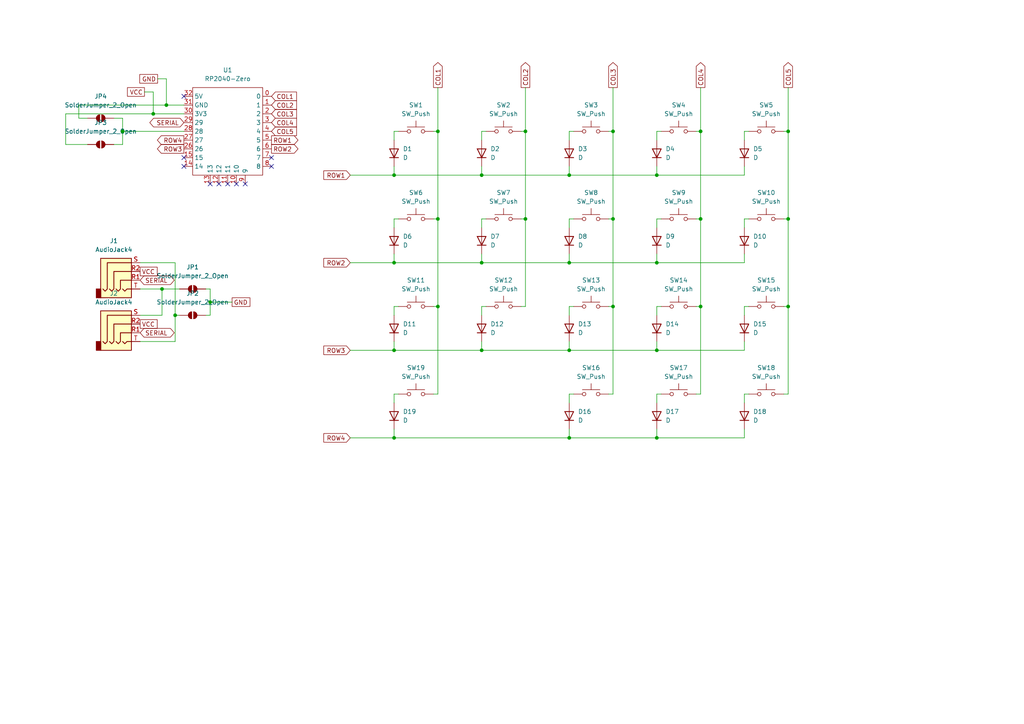
<source format=kicad_sch>
(kicad_sch (version 20250114) (generator "eeschema") (generator_version "9.0")
  (paper "A4")
  (lib_symbols
    (symbol "Connector_Audio:AudioJack4"
      (property "Reference" "J" (at 0 8.89 0))
      (property "Value" "AudioJack4" (at 0 6.35 0))
      (symbol "AudioJack4_0_1"
        (rectangle (start -6.35 -5.08) (end -7.62 -7.62) (stroke (width 0.254)) (fill (type outline)))
        (polyline (pts (xy -5.715 -5.08) (xy -5.08 -5.715) (xy -4.445 -5.08) (xy -4.445 2.54) (xy 2.54 2.54)) (stroke (width 0.254)))
        (polyline (pts (xy -1.905 -5.08) (xy -1.27 -5.715) (xy -0.635 -5.08) (xy -0.635 -2.54) (xy 2.54 -2.54)) (stroke (width 0.254)))
        (polyline (pts (xy 0 -5.08) (xy 0.635 -5.715) (xy 1.27 -5.08) (xy 2.54 -5.08)) (stroke (width 0.254)))
        (rectangle (start 2.54 3.81) (end -6.35 -7.62) (stroke (width 0.254)) (fill (type background)))
        (polyline (pts (xy 2.54 0) (xy -2.54 0) (xy -2.54 -5.08) (xy -3.175 -5.715) (xy -3.81 -5.08)) (stroke (width 0.254)))
      )
      (symbol "AudioJack4_1_1"
        (pin passive line (at 5.08 2.54 180) (length 2.54) (name "~") (number "S"))
        (pin passive line (at 5.08 0 180) (length 2.54) (name "~") (number "R2"))
        (pin passive line (at 5.08 -2.54 180) (length 2.54) (name "~") (number "R1"))
        (pin passive line (at 5.08 -5.08 180) (length 2.54) (name "~") (number "T"))
      )
    )
    (symbol "Device:D" (pin_numbers (hide yes)) (pin_names (offset 1.016) (hide yes))
      (property "Reference" "D" (at 0 2.54 0))
      (property "Value" "D" (at 0 -2.54 0))
      (symbol "D_0_1"
        (polyline (pts (xy -1.27 1.27) (xy -1.27 -1.27)) (stroke (width 0.254)))
        (polyline (pts (xy 1.27 1.27) (xy 1.27 -1.27) (xy -1.27 0) (xy 1.27 1.27)) (stroke (width 0.254)))
        (polyline (pts (xy 1.27 0) (xy -1.27 0)))
      )
      (symbol "D_1_1"
        (pin passive line (at -3.81 0 0) (length 2.54) (name "K") (number "1"))
        (pin passive line (at 3.81 0 180) (length 2.54) (name "A") (number "2"))
      )
    )
    (symbol "Jumper:SolderJumper_2_Open" (pin_numbers (hide yes)) (pin_names (offset 0) (hide yes)) (in_bom no)
      (property "Reference" "JP" (at 0 2.032 0))
      (property "Value" "SolderJumper_2_Open" (at 0 -2.54 0))
      (symbol "SolderJumper_2_Open_0_1"
        (polyline (pts (xy -0.254 1.016) (xy -0.254 -1.016)))
        (arc (start -0.254 -1.016) (mid -1.2656 0) (end -0.254 1.016))
        (arc (start -0.254 -1.016) (mid -1.2656 0) (end -0.254 1.016) (fill (type outline)))
        (arc (start 0.254 1.016) (mid 1.2656 0) (end 0.254 -1.016))
        (arc (start 0.254 1.016) (mid 1.2656 0) (end 0.254 -1.016) (fill (type outline)))
        (polyline (pts (xy 0.254 1.016) (xy 0.254 -1.016)))
      )
      (symbol "SolderJumper_2_Open_1_1"
        (pin passive line (at -3.81 0 0) (length 2.54) (name "A") (number "1"))
        (pin passive line (at 3.81 0 180) (length 2.54) (name "B") (number "2"))
      )
    )
    (symbol "Switch:SW_Push" (pin_numbers (hide yes)) (pin_names (offset 1.016) (hide yes))
      (property "Reference" "SW" (at 1.27 2.54 0))
      (property "Value" "SW_Push" (at 0 -1.524 0))
      (symbol "SW_Push_0_1"
        (circle (center -2.032 0) (radius 0.508))
        (polyline (pts (xy 0 1.27) (xy 0 3.048)))
        (circle (center 2.032 0) (radius 0.508))
        (polyline (pts (xy 2.54 1.27) (xy -2.54 1.27)))
        (pin passive line (at -5.08 0 0) (length 2.54) (name "1") (number "1"))
        (pin passive line (at 5.08 0 180) (length 2.54) (name "2") (number "2"))
      )
    )
    (symbol "isw-mcu:RP2040-Zero"
      (property "Reference" "U" (at 0 17.78 0))
      (property "Value" "RP2040-Zero" (at 0 15.24 0))
      (symbol "RP2040-Zero_0_1"
        (rectangle (start -10.16 12.7) (end 10.16 -12.7))
      )
      (symbol "RP2040-Zero_1_1"
        (pin power_out line (at -12.7 10.16 0) (length 2.54) (name "5V") (number "32"))
        (pin power_in line (at -12.7 7.62 0) (length 2.54) (name "GND") (number "31"))
        (pin power_out line (at -12.7 5.08 0) (length 2.54) (name "3V3") (number "30"))
        (pin bidirectional line (at -12.7 2.54 0) (length 2.54) (name "29") (number "29"))
        (pin bidirectional line (at -12.7 0 0) (length 2.54) (name "28") (number "28"))
        (pin bidirectional line (at -12.7 -2.54 0) (length 2.54) (name "27") (number "27"))
        (pin bidirectional line (at -12.7 -5.08 0) (length 2.54) (name "26") (number "26"))
        (pin bidirectional line (at -12.7 -7.62 0) (length 2.54) (name "15") (number "15"))
        (pin bidirectional line (at -12.7 -10.16 0) (length 2.54) (name "14") (number "14"))
        (pin bidirectional line (at -5.08 -15.24 90) (length 2.54) (name "13") (number "13"))
        (pin bidirectional line (at -2.54 -15.24 90) (length 2.54) (name "12") (number "12"))
        (pin bidirectional line (at 0 -15.24 90) (length 2.54) (name "11") (number "11"))
        (pin bidirectional line (at 2.54 -15.24 90) (length 2.54) (name "10") (number "10"))
        (pin bidirectional line (at 5.08 -15.24 90) (length 2.54) (name "9") (number "9"))
        (pin tri_state line (at 12.7 10.16 180) (length 2.54) (name "0") (number "0"))
        (pin bidirectional line (at 12.7 7.62 180) (length 2.54) (name "1") (number "1"))
        (pin bidirectional line (at 12.7 5.08 180) (length 2.54) (name "2") (number "2"))
        (pin bidirectional line (at 12.7 2.54 180) (length 2.54) (name "3") (number "3"))
        (pin bidirectional line (at 12.7 0 180) (length 2.54) (name "4") (number "4"))
        (pin bidirectional line (at 12.7 -2.54 180) (length 2.54) (name "5") (number "5"))
        (pin bidirectional line (at 12.7 -5.08 180) (length 2.54) (name "6") (number "6"))
        (pin bidirectional line (at 12.7 -7.62 180) (length 2.54) (name "7") (number "7"))
        (pin bidirectional line (at 12.7 -10.16 180) (length 2.54) (name "8") (number "8"))
      )
    )
  )
  (junction (at 127 88.9))
  (junction (at 190.5 101.6))
  (junction (at 139.7 101.6))
  (junction (at 203.2 88.9))
  (junction (at 46.99 83.82))
  (junction (at 165.1 76.2))
  (junction (at 35.56 38.1))
  (junction (at 177.8 63.5))
  (junction (at 50.8 91.44))
  (junction (at 114.3 76.2))
  (junction (at 190.5 127))
  (junction (at 44.45 33.02))
  (junction (at 203.2 63.5))
  (junction (at 139.7 50.8))
  (junction (at 190.5 76.2))
  (junction (at 48.26 30.48))
  (junction (at 177.8 88.9))
  (junction (at 228.6 38.1))
  (junction (at 127 63.5))
  (junction (at 114.3 50.8))
  (junction (at 60.96 87.63))
  (junction (at 165.1 101.6))
  (junction (at 190.5 50.8))
  (junction (at 165.1 50.8))
  (junction (at 114.3 127))
  (junction (at 228.6 63.5))
  (junction (at 165.1 127))
  (junction (at 152.4 63.5))
  (junction (at 203.2 38.1))
  (junction (at 114.3 101.6))
  (junction (at 228.6 88.9))
  (junction (at 177.8 38.1))
  (junction (at 139.7 76.2))
  (junction (at 127 38.1))
  (junction (at 152.4 38.1))
  (no_connect (at 53.34 48.26))
  (no_connect (at 78.74 45.72))
  (no_connect (at 78.74 48.26))
  (no_connect (at 63.5 53.34))
  (no_connect (at 68.58 53.34))
  (no_connect (at 71.12 53.34))
  (no_connect (at 53.34 45.72))
  (no_connect (at 53.34 27.94))
  (no_connect (at 60.96 53.34))
  (no_connect (at 66.04 53.34))
  (wire (pts (xy 215.9 63.5) (xy 215.9 66.04)))
  (wire (pts (xy 59.69 91.44) (xy 60.96 91.44)))
  (wire (pts (xy 19.05 33.02) (xy 19.05 41.91)))
  (wire (pts (xy 139.7 101.6) (xy 114.3 101.6)))
  (wire (pts (xy 215.9 76.2) (xy 190.5 76.2)))
  (wire (pts (xy 228.6 63.5) (xy 228.6 88.9)))
  (wire (pts (xy 201.93 63.5) (xy 203.2 63.5)))
  (wire (pts (xy 215.9 88.9) (xy 215.9 91.44)))
  (wire (pts (xy 139.7 76.2) (xy 114.3 76.2)))
  (wire (pts (xy 45.72 22.86) (xy 48.26 22.86)))
  (wire (pts (xy 190.5 124.46) (xy 190.5 127)))
  (wire (pts (xy 165.1 73.66) (xy 165.1 76.2)))
  (wire (pts (xy 46.99 91.44) (xy 40.64 91.44)))
  (wire (pts (xy 228.6 114.3) (xy 227.33 114.3)))
  (wire (pts (xy 60.96 91.44) (xy 60.96 87.63)))
  (wire (pts (xy 201.93 38.1) (xy 203.2 38.1)))
  (wire (pts (xy 190.5 63.5) (xy 190.5 66.04)))
  (wire (pts (xy 152.4 63.5) (xy 152.4 88.9)))
  (wire (pts (xy 177.8 25.4) (xy 177.8 38.1)))
  (wire (pts (xy 191.77 88.9) (xy 190.5 88.9)))
  (wire (pts (xy 114.3 50.8) (xy 101.6 50.8)))
  (wire (pts (xy 44.45 33.02) (xy 53.34 33.02)))
  (wire (pts (xy 190.5 50.8) (xy 165.1 50.8)))
  (wire (pts (xy 114.3 76.2) (xy 101.6 76.2)))
  (wire (pts (xy 228.6 88.9) (xy 228.6 114.3)))
  (wire (pts (xy 50.8 91.44) (xy 52.07 91.44)))
  (wire (pts (xy 191.77 114.3) (xy 190.5 114.3)))
  (wire (pts (xy 50.8 99.06) (xy 50.8 91.44)))
  (wire (pts (xy 127 63.5) (xy 127 88.9)))
  (wire (pts (xy 215.9 73.66) (xy 215.9 76.2)))
  (wire (pts (xy 139.7 73.66) (xy 139.7 76.2)))
  (wire (pts (xy 152.4 25.4) (xy 152.4 38.1)))
  (wire (pts (xy 190.5 48.26) (xy 190.5 50.8)))
  (wire (pts (xy 201.93 114.3) (xy 203.2 114.3)))
  (wire (pts (xy 190.5 88.9) (xy 190.5 91.44)))
  (wire (pts (xy 48.26 22.86) (xy 48.26 30.48)))
  (wire (pts (xy 165.1 101.6) (xy 139.7 101.6)))
  (wire (pts (xy 177.8 63.5) (xy 177.8 88.9)))
  (wire (pts (xy 228.6 25.4) (xy 228.6 38.1)))
  (wire (pts (xy 125.73 63.5) (xy 127 63.5)))
  (wire (pts (xy 177.8 38.1) (xy 177.8 63.5)))
  (wire (pts (xy 115.57 63.5) (xy 114.3 63.5)))
  (wire (pts (xy 53.34 38.1) (xy 35.56 38.1)))
  (wire (pts (xy 50.8 91.44) (xy 50.8 76.2)))
  (wire (pts (xy 215.9 38.1) (xy 215.9 40.64)))
  (wire (pts (xy 165.1 76.2) (xy 139.7 76.2)))
  (wire (pts (xy 227.33 63.5) (xy 228.6 63.5)))
  (wire (pts (xy 217.17 114.3) (xy 215.9 114.3)))
  (wire (pts (xy 215.9 48.26) (xy 215.9 50.8)))
  (wire (pts (xy 176.53 38.1) (xy 177.8 38.1)))
  (wire (pts (xy 166.37 38.1) (xy 165.1 38.1)))
  (wire (pts (xy 215.9 99.06) (xy 215.9 101.6)))
  (wire (pts (xy 166.37 88.9) (xy 165.1 88.9)))
  (wire (pts (xy 201.93 88.9) (xy 203.2 88.9)))
  (wire (pts (xy 139.7 63.5) (xy 139.7 66.04)))
  (wire (pts (xy 115.57 38.1) (xy 114.3 38.1)))
  (wire (pts (xy 44.45 26.67) (xy 44.45 33.02)))
  (wire (pts (xy 165.1 99.06) (xy 165.1 101.6)))
  (wire (pts (xy 215.9 50.8) (xy 190.5 50.8)))
  (wire (pts (xy 114.3 48.26) (xy 114.3 50.8)))
  (wire (pts (xy 151.13 63.5) (xy 152.4 63.5)))
  (wire (pts (xy 114.3 124.46) (xy 114.3 127)))
  (wire (pts (xy 151.13 88.9) (xy 152.4 88.9)))
  (wire (pts (xy 227.33 88.9) (xy 228.6 88.9)))
  (wire (pts (xy 152.4 38.1) (xy 152.4 63.5)))
  (wire (pts (xy 227.33 38.1) (xy 228.6 38.1)))
  (wire (pts (xy 114.3 101.6) (xy 101.6 101.6)))
  (wire (pts (xy 114.3 127) (xy 165.1 127)))
  (wire (pts (xy 22.86 34.29) (xy 25.4 34.29)))
  (wire (pts (xy 40.64 76.2) (xy 50.8 76.2)))
  (wire (pts (xy 114.3 73.66) (xy 114.3 76.2)))
  (wire (pts (xy 190.5 101.6) (xy 165.1 101.6)))
  (wire (pts (xy 215.9 124.46) (xy 215.9 127)))
  (wire (pts (xy 48.26 30.48) (xy 53.34 30.48)))
  (wire (pts (xy 190.5 99.06) (xy 190.5 101.6)))
  (wire (pts (xy 127 88.9) (xy 125.73 88.9)))
  (wire (pts (xy 165.1 38.1) (xy 165.1 40.64)))
  (wire (pts (xy 44.45 33.02) (xy 19.05 33.02)))
  (wire (pts (xy 46.99 83.82) (xy 46.99 91.44)))
  (wire (pts (xy 176.53 63.5) (xy 177.8 63.5)))
  (wire (pts (xy 215.9 101.6) (xy 190.5 101.6)))
  (wire (pts (xy 125.73 38.1) (xy 127 38.1)))
  (wire (pts (xy 35.56 38.1) (xy 35.56 41.91)))
  (wire (pts (xy 140.97 63.5) (xy 139.7 63.5)))
  (wire (pts (xy 203.2 88.9) (xy 203.2 114.3)))
  (wire (pts (xy 41.91 26.67) (xy 44.45 26.67)))
  (wire (pts (xy 165.1 88.9) (xy 165.1 91.44)))
  (wire (pts (xy 22.86 30.48) (xy 22.86 34.29)))
  (wire (pts (xy 35.56 34.29) (xy 33.02 34.29)))
  (wire (pts (xy 60.96 83.82) (xy 59.69 83.82)))
  (wire (pts (xy 165.1 124.46) (xy 165.1 127)))
  (wire (pts (xy 165.1 63.5) (xy 165.1 66.04)))
  (wire (pts (xy 176.53 114.3) (xy 177.8 114.3)))
  (wire (pts (xy 40.64 83.82) (xy 46.99 83.82)))
  (wire (pts (xy 166.37 114.3) (xy 165.1 114.3)))
  (wire (pts (xy 114.3 63.5) (xy 114.3 66.04)))
  (wire (pts (xy 190.5 76.2) (xy 165.1 76.2)))
  (wire (pts (xy 217.17 38.1) (xy 215.9 38.1)))
  (wire (pts (xy 190.5 114.3) (xy 190.5 116.84)))
  (wire (pts (xy 139.7 99.06) (xy 139.7 101.6)))
  (wire (pts (xy 166.37 63.5) (xy 165.1 63.5)))
  (wire (pts (xy 114.3 114.3) (xy 114.3 116.84)))
  (wire (pts (xy 67.31 87.63) (xy 60.96 87.63)))
  (wire (pts (xy 191.77 38.1) (xy 190.5 38.1)))
  (wire (pts (xy 217.17 88.9) (xy 215.9 88.9)))
  (wire (pts (xy 60.96 83.82) (xy 60.96 87.63)))
  (wire (pts (xy 151.13 38.1) (xy 152.4 38.1)))
  (wire (pts (xy 203.2 38.1) (xy 203.2 63.5)))
  (wire (pts (xy 139.7 38.1) (xy 139.7 40.64)))
  (wire (pts (xy 190.5 38.1) (xy 190.5 40.64)))
  (wire (pts (xy 203.2 25.4) (xy 203.2 38.1)))
  (wire (pts (xy 114.3 88.9) (xy 114.3 91.44)))
  (wire (pts (xy 127 25.4) (xy 127 38.1)))
  (wire (pts (xy 115.57 88.9) (xy 114.3 88.9)))
  (wire (pts (xy 177.8 114.3) (xy 177.8 88.9)))
  (wire (pts (xy 203.2 63.5) (xy 203.2 88.9)))
  (wire (pts (xy 127 88.9) (xy 127 114.3)))
  (wire (pts (xy 127 114.3) (xy 125.73 114.3)))
  (wire (pts (xy 217.17 63.5) (xy 215.9 63.5)))
  (wire (pts (xy 52.07 83.82) (xy 46.99 83.82)))
  (wire (pts (xy 215.9 114.3) (xy 215.9 116.84)))
  (wire (pts (xy 19.05 41.91) (xy 25.4 41.91)))
  (wire (pts (xy 139.7 88.9) (xy 139.7 91.44)))
  (wire (pts (xy 48.26 30.48) (xy 22.86 30.48)))
  (wire (pts (xy 40.64 99.06) (xy 50.8 99.06)))
  (wire (pts (xy 177.8 88.9) (xy 176.53 88.9)))
  (wire (pts (xy 114.3 38.1) (xy 114.3 40.64)))
  (wire (pts (xy 228.6 38.1) (xy 228.6 63.5)))
  (wire (pts (xy 35.56 41.91) (xy 33.02 41.91)))
  (wire (pts (xy 115.57 114.3) (xy 114.3 114.3)))
  (wire (pts (xy 127 38.1) (xy 127 63.5)))
  (wire (pts (xy 191.77 63.5) (xy 190.5 63.5)))
  (wire (pts (xy 165.1 50.8) (xy 139.7 50.8)))
  (wire (pts (xy 190.5 73.66) (xy 190.5 76.2)))
  (wire (pts (xy 165.1 127) (xy 190.5 127)))
  (wire (pts (xy 190.5 127) (xy 215.9 127)))
  (wire (pts (xy 140.97 38.1) (xy 139.7 38.1)))
  (wire (pts (xy 139.7 50.8) (xy 114.3 50.8)))
  (wire (pts (xy 165.1 48.26) (xy 165.1 50.8)))
  (wire (pts (xy 114.3 99.06) (xy 114.3 101.6)))
  (wire (pts (xy 35.56 38.1) (xy 35.56 34.29)))
  (wire (pts (xy 139.7 48.26) (xy 139.7 50.8)))
  (wire (pts (xy 140.97 88.9) (xy 139.7 88.9)))
  (wire (pts (xy 165.1 114.3) (xy 165.1 116.84)))
  (wire (pts (xy 101.6 127) (xy 114.3 127)))
  (global_label "ROW1" (shape output) (at 78.74 40.64 0) (property "Intersheetrefs" "${INTERSHEET_REFS}" (effects (hide yes))))
  (global_label "COL5" (shape input) (at 78.74 38.1 0) (property "Intersheetrefs" "${INTERSHEET_REFS}" (effects (hide yes))))
  (global_label "ROW1" (shape input) (at 101.6 50.8 180) (property "Intersheetrefs" "${INTERSHEET_REFS}" (effects (hide yes))))
  (global_label "SERIAL" (shape bidirectional) (at 40.64 96.52 0) (property "Intersheetrefs" "${INTERSHEET_REFS}" (effects (hide yes))))
  (global_label "ROW3" (shape output) (at 53.34 43.18 180) (property "Intersheetrefs" "${INTERSHEET_REFS}" (effects (hide yes))))
  (global_label "ROW4" (shape input) (at 101.6 127 180) (property "Intersheetrefs" "${INTERSHEET_REFS}" (effects (hide yes))))
  (global_label "VCC" (shape passive) (at 40.64 78.74 0) (property "Intersheetrefs" "${INTERSHEET_REFS}" (effects (hide yes))))
  (global_label "ROW3" (shape input) (at 101.6 101.6 180) (property "Intersheetrefs" "${INTERSHEET_REFS}" (effects (hide yes))))
  (global_label "GND" (shape passive) (at 67.31 87.63 0) (property "Intersheetrefs" "${INTERSHEET_REFS}" (effects (hide yes))))
  (global_label "SERIAL" (shape bidirectional) (at 40.64 81.28 0) (property "Intersheetrefs" "${INTERSHEET_REFS}" (effects (hide yes))))
  (global_label "COL1" (shape input) (at 78.74 27.94 0) (property "Intersheetrefs" "${INTERSHEET_REFS}" (effects (hide yes))))
  (global_label "COL2" (shape input) (at 78.74 30.48 0) (property "Intersheetrefs" "${INTERSHEET_REFS}" (effects (hide yes))))
  (global_label "VCC" (shape passive) (at 41.91 26.67 180) (property "Intersheetrefs" "${INTERSHEET_REFS}" (effects (hide yes))))
  (global_label "COL2" (shape output) (at 152.4 25.4 90) (property "Intersheetrefs" "${INTERSHEET_REFS}" (effects (hide yes))))
  (global_label "SERIAL" (shape bidirectional) (at 53.34 35.56 180) (property "Intersheetrefs" "${INTERSHEET_REFS}" (effects (hide yes))))
  (global_label "COL4" (shape input) (at 78.74 35.56 0) (property "Intersheetrefs" "${INTERSHEET_REFS}" (effects (hide yes))))
  (global_label "COL3" (shape input) (at 78.74 33.02 0) (property "Intersheetrefs" "${INTERSHEET_REFS}" (effects (hide yes))))
  (global_label "ROW4" (shape output) (at 53.34 40.64 180) (property "Intersheetrefs" "${INTERSHEET_REFS}" (effects (hide yes))))
  (global_label "COL1" (shape output) (at 127 25.4 90) (property "Intersheetrefs" "${INTERSHEET_REFS}" (effects (hide yes))))
  (global_label "GND" (shape passive) (at 45.72 22.86 180) (property "Intersheetrefs" "${INTERSHEET_REFS}" (effects (hide yes))))
  (global_label "VCC" (shape passive) (at 40.64 93.98 0) (property "Intersheetrefs" "${INTERSHEET_REFS}" (effects (hide yes))))
  (global_label "COL5" (shape output) (at 228.6 25.4 90) (property "Intersheetrefs" "${INTERSHEET_REFS}" (effects (hide yes))))
  (global_label "ROW2" (shape input) (at 101.6 76.2 180) (property "Intersheetrefs" "${INTERSHEET_REFS}" (effects (hide yes))))
  (global_label "ROW2" (shape output) (at 78.74 43.18 0) (property "Intersheetrefs" "${INTERSHEET_REFS}" (effects (hide yes))))
  (global_label "COL4" (shape output) (at 203.2 25.4 90) (property "Intersheetrefs" "${INTERSHEET_REFS}" (effects (hide yes))))
  (global_label "COL3" (shape output) (at 177.8 25.4 90) (property "Intersheetrefs" "${INTERSHEET_REFS}" (effects (hide yes))))
  (symbol (lib_id "Switch:SW_Push") (at 120.65 63.5 0) (unit 1)
    (property "Reference" "SW6" (at 120.65 55.88 0))
    (property "Value" "SW_Push" (at 120.65 58.42 0))
    (property "Description" "Push button switch, generic, two pins" (effects (hide yes)))
  )
  (symbol (lib_id "Switch:SW_Push") (at 222.25 114.3 0) (unit 1)
    (property "Reference" "SW18" (at 222.25 106.68 0))
    (property "Value" "SW_Push" (at 222.25 109.22 0))
    (property "Description" "Push button switch, generic, two pins" (effects (hide yes)))
  )
  (symbol (lib_id "Switch:SW_Push") (at 120.65 114.3 0) (unit 1)
    (property "Reference" "SW19" (at 120.65 106.68 0))
    (property "Value" "SW_Push" (at 120.65 109.22 0))
    (property "Description" "Push button switch, generic, two pins" (effects (hide yes)))
  )
  (symbol (lib_id "Device:D") (at 215.9 95.25 90) (unit 1)
    (property "Reference" "D15" (at 218.44 93.9799 90) (effects (justify right)))
    (property "Value" "D" (at 218.44 96.5199 90) (effects (justify right)))
    (property "Description" "Diode" (effects (hide yes)))
    (property "Sim.Device" "D" (effects (hide yes)))
    (property "Sim.Pins" "1=K 2=A" (effects (hide yes)))
  )
  (symbol (lib_id "Switch:SW_Push") (at 171.45 114.3 0) (unit 1)
    (property "Reference" "SW16" (at 171.45 106.68 0))
    (property "Value" "SW_Push" (at 171.45 109.22 0))
    (property "Description" "Push button switch, generic, two pins" (effects (hide yes)))
  )
  (symbol (lib_id "Device:D") (at 114.3 120.65 90) (unit 1)
    (property "Reference" "D19" (at 116.84 119.3799 90) (effects (justify right)))
    (property "Value" "D" (at 116.84 121.9199 90) (effects (justify right)))
    (property "Description" "Diode" (effects (hide yes)))
    (property "Sim.Device" "D" (effects (hide yes)))
    (property "Sim.Pins" "1=K 2=A" (effects (hide yes)))
  )
  (symbol (lib_id "Switch:SW_Push") (at 222.25 38.1 0) (unit 1)
    (property "Reference" "SW5" (at 222.25 30.48 0))
    (property "Value" "SW_Push" (at 222.25 33.02 0))
    (property "Description" "Push button switch, generic, two pins" (effects (hide yes)))
  )
  (symbol (lib_id "Device:D") (at 215.9 69.85 90) (unit 1)
    (property "Reference" "D10" (at 218.44 68.5799 90) (effects (justify right)))
    (property "Value" "D" (at 218.44 71.1199 90) (effects (justify right)))
    (property "Description" "Diode" (effects (hide yes)))
    (property "Sim.Device" "D" (effects (hide yes)))
    (property "Sim.Pins" "1=K 2=A" (effects (hide yes)))
  )
  (symbol (lib_id "Device:D") (at 165.1 69.85 90) (unit 1)
    (property "Reference" "D8" (at 167.64 68.5799 90) (effects (justify right)))
    (property "Value" "D" (at 167.64 71.1199 90) (effects (justify right)))
    (property "Description" "Diode" (effects (hide yes)))
    (property "Sim.Device" "D" (effects (hide yes)))
    (property "Sim.Pins" "1=K 2=A" (effects (hide yes)))
  )
  (symbol (lib_id "Device:D") (at 165.1 95.25 90) (unit 1)
    (property "Reference" "D13" (at 167.64 93.9799 90) (effects (justify right)))
    (property "Value" "D" (at 167.64 96.5199 90) (effects (justify right)))
    (property "Description" "Diode" (effects (hide yes)))
    (property "Sim.Device" "D" (effects (hide yes)))
    (property "Sim.Pins" "1=K 2=A" (effects (hide yes)))
  )
  (symbol (lib_id "isw-mcu:RP2040-Zero") (at 66.04 38.1 0) (unit 1)
    (property "Reference" "U1" (at 66.04 20.32 0))
    (property "Value" "RP2040-Zero" (at 66.04 22.86 0))
  )
  (symbol (lib_id "Device:D") (at 114.3 69.85 90) (unit 1)
    (property "Reference" "D6" (at 116.84 68.5799 90) (effects (justify right)))
    (property "Value" "D" (at 116.84 71.1199 90) (effects (justify right)))
    (property "Description" "Diode" (effects (hide yes)))
    (property "Sim.Device" "D" (effects (hide yes)))
    (property "Sim.Pins" "1=K 2=A" (effects (hide yes)))
  )
  (symbol (lib_id "Device:D") (at 165.1 44.45 90) (unit 1)
    (property "Reference" "D3" (at 167.64 43.1799 90) (effects (justify right)))
    (property "Value" "D" (at 167.64 45.7199 90) (effects (justify right)))
    (property "Description" "Diode" (effects (hide yes)))
    (property "Sim.Device" "D" (effects (hide yes)))
    (property "Sim.Pins" "1=K 2=A" (effects (hide yes)))
  )
  (symbol (lib_id "Switch:SW_Push") (at 196.85 38.1 0) (unit 1)
    (property "Reference" "SW4" (at 196.85 30.48 0))
    (property "Value" "SW_Push" (at 196.85 33.02 0))
    (property "Description" "Push button switch, generic, two pins" (effects (hide yes)))
  )
  (symbol (lib_id "Device:D") (at 190.5 120.65 90) (unit 1)
    (property "Reference" "D17" (at 193.04 119.3799 90) (effects (justify right)))
    (property "Value" "D" (at 193.04 121.9199 90) (effects (justify right)))
    (property "Description" "Diode" (effects (hide yes)))
    (property "Sim.Device" "D" (effects (hide yes)))
    (property "Sim.Pins" "1=K 2=A" (effects (hide yes)))
  )
  (symbol (lib_id "Device:D") (at 190.5 44.45 90) (unit 1)
    (property "Reference" "D4" (at 193.04 43.1799 90) (effects (justify right)))
    (property "Value" "D" (at 193.04 45.7199 90) (effects (justify right)))
    (property "Description" "Diode" (effects (hide yes)))
    (property "Sim.Device" "D" (effects (hide yes)))
    (property "Sim.Pins" "1=K 2=A" (effects (hide yes)))
  )
  (symbol (lib_id "Connector_Audio:AudioJack4") (at 35.56 93.98 0) (unit 1)
    (property "Reference" "J2" (at 33.02 85.09 0))
    (property "Value" "AudioJack4" (at 33.02 87.63 0))
    (property "Description" "Audio Jack, 4 Poles (TRRS)" (effects (hide yes)))
  )
  (symbol (lib_id "Switch:SW_Push") (at 196.85 63.5 0) (unit 1)
    (property "Reference" "SW9" (at 196.85 55.88 0))
    (property "Value" "SW_Push" (at 196.85 58.42 0))
    (property "Description" "Push button switch, generic, two pins" (effects (hide yes)))
  )
  (symbol (lib_id "Switch:SW_Push") (at 196.85 114.3 0) (unit 1)
    (property "Reference" "SW17" (at 196.85 106.68 0))
    (property "Value" "SW_Push" (at 196.85 109.22 0))
    (property "Description" "Push button switch, generic, two pins" (effects (hide yes)))
  )
  (symbol (lib_id "Device:D") (at 139.7 69.85 90) (unit 1)
    (property "Reference" "D7" (at 142.24 68.5799 90) (effects (justify right)))
    (property "Value" "D" (at 142.24 71.1199 90) (effects (justify right)))
    (property "Description" "Diode" (effects (hide yes)))
    (property "Sim.Device" "D" (effects (hide yes)))
    (property "Sim.Pins" "1=K 2=A" (effects (hide yes)))
  )
  (symbol (lib_id "Device:D") (at 139.7 95.25 90) (unit 1)
    (property "Reference" "D12" (at 142.24 93.9799 90) (effects (justify right)))
    (property "Value" "D" (at 142.24 96.5199 90) (effects (justify right)))
    (property "Description" "Diode" (effects (hide yes)))
    (property "Sim.Device" "D" (effects (hide yes)))
    (property "Sim.Pins" "1=K 2=A" (effects (hide yes)))
  )
  (symbol (lib_id "Jumper:SolderJumper_2_Open") (at 29.21 41.91 0) (unit 1) (in_bom no)
    (property "Reference" "JP3" (at 29.21 35.56 0))
    (property "Value" "SolderJumper_2_Open" (at 29.21 38.1 0))
    (property "Description" "Solder Jumper, 2-pole, open" (effects (hide yes)))
  )
  (symbol (lib_id "Jumper:SolderJumper_2_Open") (at 29.21 34.29 0) (unit 1) (in_bom no)
    (property "Reference" "JP4" (at 29.21 27.94 0))
    (property "Value" "SolderJumper_2_Open" (at 29.21 30.48 0))
    (property "Description" "Solder Jumper, 2-pole, open" (effects (hide yes)))
  )
  (symbol (lib_id "Switch:SW_Push") (at 146.05 63.5 0) (unit 1)
    (property "Reference" "SW7" (at 146.05 55.88 0))
    (property "Value" "SW_Push" (at 146.05 58.42 0))
    (property "Description" "Push button switch, generic, two pins" (effects (hide yes)))
  )
  (symbol (lib_id "Device:D") (at 190.5 69.85 90) (unit 1)
    (property "Reference" "D9" (at 193.04 68.5799 90) (effects (justify right)))
    (property "Value" "D" (at 193.04 71.1199 90) (effects (justify right)))
    (property "Description" "Diode" (effects (hide yes)))
    (property "Sim.Device" "D" (effects (hide yes)))
    (property "Sim.Pins" "1=K 2=A" (effects (hide yes)))
  )
  (symbol (lib_id "Switch:SW_Push") (at 146.05 38.1 0) (unit 1)
    (property "Reference" "SW2" (at 146.05 30.48 0))
    (property "Value" "SW_Push" (at 146.05 33.02 0))
    (property "Description" "Push button switch, generic, two pins" (effects (hide yes)))
  )
  (symbol (lib_id "Device:D") (at 114.3 44.45 90) (unit 1)
    (property "Reference" "D1" (at 116.84 43.1799 90) (effects (justify right)))
    (property "Value" "D" (at 116.84 45.7199 90) (effects (justify right)))
    (property "Description" "Diode" (effects (hide yes)))
    (property "Sim.Device" "D" (effects (hide yes)))
    (property "Sim.Pins" "1=K 2=A" (effects (hide yes)))
  )
  (symbol (lib_id "Switch:SW_Push") (at 120.65 88.9 0) (unit 1)
    (property "Reference" "SW11" (at 120.65 81.28 0))
    (property "Value" "SW_Push" (at 120.65 83.82 0))
    (property "Description" "Push button switch, generic, two pins" (effects (hide yes)))
  )
  (symbol (lib_id "Switch:SW_Push") (at 171.45 38.1 0) (unit 1)
    (property "Reference" "SW3" (at 171.45 30.48 0))
    (property "Value" "SW_Push" (at 171.45 33.02 0))
    (property "Description" "Push button switch, generic, two pins" (effects (hide yes)))
  )
  (symbol (lib_id "Jumper:SolderJumper_2_Open") (at 55.88 91.44 0) (unit 1) (in_bom no)
    (property "Reference" "JP2" (at 55.88 85.09 0))
    (property "Value" "SolderJumper_2_Open" (at 55.88 87.63 0))
    (property "Description" "Solder Jumper, 2-pole, open" (effects (hide yes)))
  )
  (symbol (lib_id "Switch:SW_Push") (at 196.85 88.9 0) (unit 1)
    (property "Reference" "SW14" (at 196.85 81.28 0))
    (property "Value" "SW_Push" (at 196.85 83.82 0))
    (property "Description" "Push button switch, generic, two pins" (effects (hide yes)))
  )
  (symbol (lib_id "Jumper:SolderJumper_2_Open") (at 55.88 83.82 0) (unit 1) (in_bom no)
    (property "Reference" "JP1" (at 55.88 77.47 0))
    (property "Value" "SolderJumper_2_Open" (at 55.88 80.01 0))
    (property "Description" "Solder Jumper, 2-pole, open" (effects (hide yes)))
  )
  (symbol (lib_id "Device:D") (at 190.5 95.25 90) (unit 1)
    (property "Reference" "D14" (at 193.04 93.9799 90) (effects (justify right)))
    (property "Value" "D" (at 193.04 96.5199 90) (effects (justify right)))
    (property "Description" "Diode" (effects (hide yes)))
    (property "Sim.Device" "D" (effects (hide yes)))
    (property "Sim.Pins" "1=K 2=A" (effects (hide yes)))
  )
  (symbol (lib_id "Device:D") (at 114.3 95.25 90) (unit 1)
    (property "Reference" "D11" (at 116.84 93.9799 90) (effects (justify right)))
    (property "Value" "D" (at 116.84 96.5199 90) (effects (justify right)))
    (property "Description" "Diode" (effects (hide yes)))
    (property "Sim.Device" "D" (effects (hide yes)))
    (property "Sim.Pins" "1=K 2=A" (effects (hide yes)))
  )
  (symbol (lib_id "Device:D") (at 165.1 120.65 90) (unit 1)
    (property "Reference" "D16" (at 167.64 119.3799 90) (effects (justify right)))
    (property "Value" "D" (at 167.64 121.9199 90) (effects (justify right)))
    (property "Description" "Diode" (effects (hide yes)))
    (property "Sim.Device" "D" (effects (hide yes)))
    (property "Sim.Pins" "1=K 2=A" (effects (hide yes)))
  )
  (symbol (lib_id "Switch:SW_Push") (at 171.45 63.5 0) (unit 1)
    (property "Reference" "SW8" (at 171.45 55.88 0))
    (property "Value" "SW_Push" (at 171.45 58.42 0))
    (property "Description" "Push button switch, generic, two pins" (effects (hide yes)))
  )
  (symbol (lib_id "Device:D") (at 215.9 44.45 90) (unit 1)
    (property "Reference" "D5" (at 218.44 43.1799 90) (effects (justify right)))
    (property "Value" "D" (at 218.44 45.7199 90) (effects (justify right)))
    (property "Description" "Diode" (effects (hide yes)))
    (property "Sim.Device" "D" (effects (hide yes)))
    (property "Sim.Pins" "1=K 2=A" (effects (hide yes)))
  )
  (symbol (lib_id "Connector_Audio:AudioJack4") (at 35.56 78.74 0) (unit 1)
    (property "Reference" "J1" (at 33.02 69.85 0))
    (property "Value" "AudioJack4" (at 33.02 72.39 0))
    (property "Description" "Audio Jack, 4 Poles (TRRS)" (effects (hide yes)))
  )
  (symbol (lib_id "Switch:SW_Push") (at 171.45 88.9 0) (unit 1)
    (property "Reference" "SW13" (at 171.45 81.28 0))
    (property "Value" "SW_Push" (at 171.45 83.82 0))
    (property "Description" "Push button switch, generic, two pins" (effects (hide yes)))
  )
  (symbol (lib_id "Device:D") (at 139.7 44.45 90) (unit 1)
    (property "Reference" "D2" (at 142.24 43.1799 90) (effects (justify right)))
    (property "Value" "D" (at 142.24 45.7199 90) (effects (justify right)))
    (property "Description" "Diode" (effects (hide yes)))
    (property "Sim.Device" "D" (effects (hide yes)))
    (property "Sim.Pins" "1=K 2=A" (effects (hide yes)))
  )
  (symbol (lib_id "Switch:SW_Push") (at 146.05 88.9 0) (unit 1)
    (property "Reference" "SW12" (at 146.05 81.28 0))
    (property "Value" "SW_Push" (at 146.05 83.82 0))
    (property "Description" "Push button switch, generic, two pins" (effects (hide yes)))
  )
  (symbol (lib_id "Device:D") (at 215.9 120.65 90) (unit 1)
    (property "Reference" "D18" (at 218.44 119.3799 90) (effects (justify right)))
    (property "Value" "D" (at 218.44 121.9199 90) (effects (justify right)))
    (property "Description" "Diode" (effects (hide yes)))
    (property "Sim.Device" "D" (effects (hide yes)))
    (property "Sim.Pins" "1=K 2=A" (effects (hide yes)))
  )
  (symbol (lib_id "Switch:SW_Push") (at 222.25 88.9 0) (unit 1)
    (property "Reference" "SW15" (at 222.25 81.28 0))
    (property "Value" "SW_Push" (at 222.25 83.82 0))
    (property "Description" "Push button switch, generic, two pins" (effects (hide yes)))
  )
  (symbol (lib_id "Switch:SW_Push") (at 222.25 63.5 0) (unit 1)
    (property "Reference" "SW10" (at 222.25 55.88 0))
    (property "Value" "SW_Push" (at 222.25 58.42 0))
    (property "Description" "Push button switch, generic, two pins" (effects (hide yes)))
  )
  (symbol (lib_id "Switch:SW_Push") (at 120.65 38.1 0) (unit 1)
    (property "Reference" "SW1" (at 120.65 30.48 0))
    (property "Value" "SW_Push" (at 120.65 33.02 0))
    (property "Description" "Push button switch, generic, two pins" (effects (hide yes)))
  )
)
</source>
